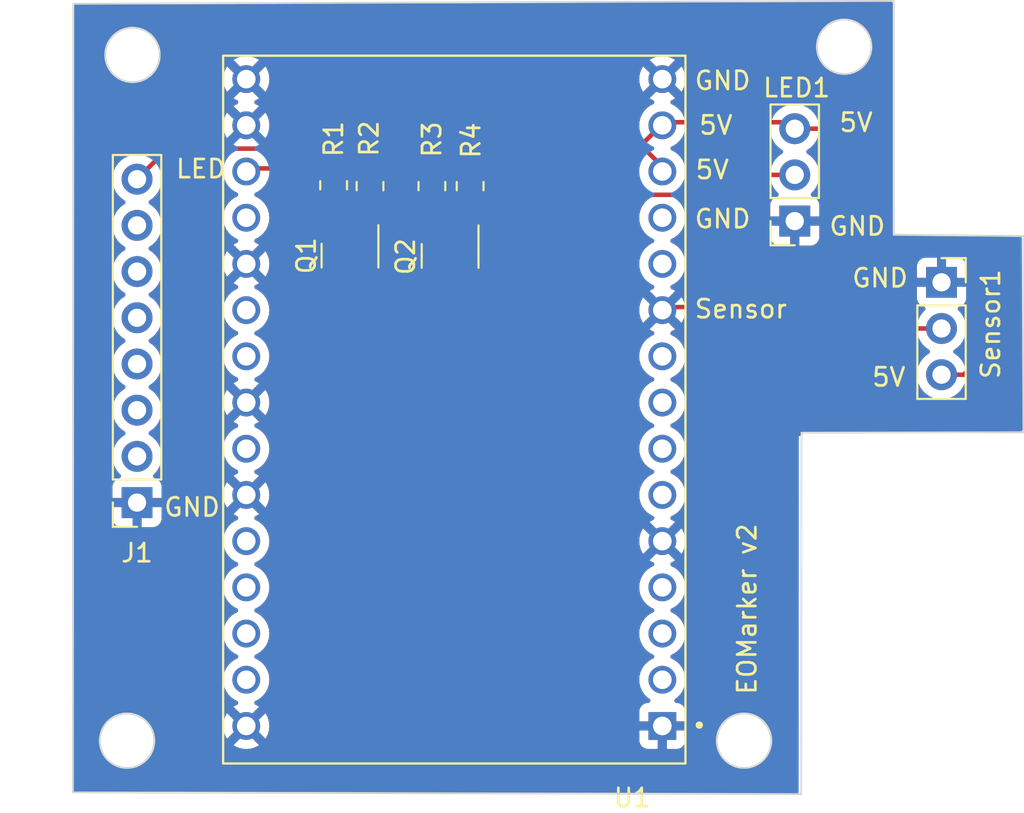
<source format=kicad_pcb>
(kicad_pcb (version 20221018) (generator pcbnew)
  (layers (0 "F.Cu" signal) (31 "B.Cu" signal) (34 "B.Paste" user) (35 "F.Paste" user) (36 "B.SilkS" user "B.Silkscreen") (37 "F.SilkS" user "F.Silkscreen") (38 "B.Mask" user) (39 "F.Mask" user) (44 "Edge.Cuts" user))
  (net 0 "")
  (net 1 "GND")
  (net 2 "5V")
  (net 3 "LED")
  (net 4 "Sensor")
  (net 5 "Net-(U1-3V3-Pad2)")
  (net 6 "level schifter")
  (net 13 "Net-(Q1-C)")
  (net 14 "Net-(Q1-B)")
  (net 15 "Net-(Q2-B)")
  (footprint "Package_TO_SOT_SMD:SOT-23" (layer "F.Cu") (at 73.98 97.9075 -90)
    (fp_text reference "Q1" (at 0 2.4 90) (layer "F.SilkS"))
    (fp_text value "NPN")
    (fp_line (start 0 -1.56) (end -1.675 -1.56) (stroke (width 0.12)) (layer "F.SilkS"))
    (fp_line (start 0 -1.56) (end 0.65 -1.56) (stroke (width 0.12)) (layer "F.SilkS"))
    (fp_line (start 0 1.56) (end -0.65 1.56) (stroke (width 0.12)) (layer "F.SilkS"))
    (fp_line (start 0 1.56) (end 0.65 1.56) (stroke (width 0.12)) (layer "F.SilkS"))
    (pad "1" smd roundrect (at -0.9375 -0.95 270) (size 1.475 0.6) (layers "F.Cu" "F.Paste" "F.Mask") (net 13 "Net-(Q1-C)"))
    (pad "2" smd roundrect (at -0.9375 0.95 270) (size 1.475 0.6) (layers "F.Cu" "F.Paste" "F.Mask") (net 14 "Net-(Q1-B)"))
    (pad "3" smd roundrect (at 0.9375 0 270) (size 1.475 0.6) (layers "F.Cu" "F.Paste" "F.Mask") (net 1 "GND"))
  )
  (footprint "Connector_PinSocket_2.54mm:PinSocket_1x08_P2.54mm_Vertical" (layer "F.Cu") (at 62.28 111.48 180)
    (fp_text reference "J1" (at 0 -2.77) (layer "F.SilkS"))
    (fp_text value "Conn_01x08_Socket")
    (fp_line (start -1.33 1.27) (end -1.33 19.11) (stroke (width 0.12)) (layer "F.SilkS"))
    (fp_line (start -1.33 1.27) (end 1.33 1.27) (stroke (width 0.12)) (layer "F.SilkS"))
    (fp_line (start -1.33 19.11) (end 1.33 19.11) (stroke (width 0.12)) (layer "F.SilkS"))
    (fp_line (start 0 -1.33) (end 1.33 -1.33) (stroke (width 0.12)) (layer "F.SilkS"))
    (fp_line (start 1.33 -1.33) (end 1.33 0) (stroke (width 0.12)) (layer "F.SilkS"))
    (fp_line (start 1.33 1.27) (end 1.33 19.11) (stroke (width 0.12)) (layer "F.SilkS"))
    (pad "1" thru_hole rect (at 0 0 180) (size 1.7 1.7) (drill 1) (layers "*.Cu" "*.Mask") (net 1 "GND"))
    (pad "2" thru_hole oval (at 0 2.54 180) (size 1.7 1.7) (drill 1) (layers "*.Cu" "*.Mask"))
    (pad "3" thru_hole oval (at 0 5.08 180) (size 1.7 1.7) (drill 1) (layers "*.Cu" "*.Mask"))
    (pad "4" thru_hole oval (at 0 7.62 180) (size 1.7 1.7) (drill 1) (layers "*.Cu" "*.Mask"))
    (pad "5" thru_hole oval (at 0 10.16 180) (size 1.7 1.7) (drill 1) (layers "*.Cu" "*.Mask"))
    (pad "6" thru_hole oval (at 0 12.7 180) (size 1.7 1.7) (drill 1) (layers "*.Cu" "*.Mask"))
    (pad "7" thru_hole oval (at 0 15.24 180) (size 1.7 1.7) (drill 1) (layers "*.Cu" "*.Mask"))
    (pad "8" thru_hole oval (at 0 17.78 180) (size 1.7 1.7) (drill 1) (layers "*.Cu" "*.Mask") (net 2 "5V"))
  )
  (footprint "Resistor_SMD:R_0805_2012Metric" (layer "F.Cu") (at 75.08 94.0825 -90)
    (fp_text reference "R2" (at -2.6125 0.05 90) (layer "F.SilkS"))
    (fp_text value "10KΩ")
    (fp_line (start -0.227064 -0.735) (end 0.227064 -0.735) (stroke (width 0.12)) (layer "F.SilkS"))
    (fp_line (start -0.227064 0.735) (end 0.227064 0.735) (stroke (width 0.12)) (layer "F.SilkS"))
    (pad "1" smd roundrect (at -0.9125 0 270) (size 1.025 1.4) (layers "F.Cu" "F.Paste" "F.Mask") (roundrect_rratio 0.243902) (net 2 "5V"))
    (pad "2" smd roundrect (at 0.9125 0 270) (size 1.025 1.4) (layers "F.Cu" "F.Paste" "F.Mask") (roundrect_rratio 0.243902) (net 13 "Net-(Q1-C)"))
  )
  (footprint "Connector_PinSocket_2.54mm:PinSocket_1x03_P2.54mm_Vertical" (layer "F.Cu") (at 106.48 99.37)
    (fp_text reference "Sensor1" (at 2.7 2.3 -90) (layer "F.SilkS"))
    (fp_text value "Conn_01x03_Socket" hide)
    (fp_line (start -1.33 1.27) (end -1.33 6.41) (stroke (width 0.12)) (layer "F.SilkS"))
    (fp_line (start -1.33 1.27) (end 1.33 1.27) (stroke (width 0.12)) (layer "F.SilkS"))
    (fp_line (start -1.33 6.41) (end 1.33 6.41) (stroke (width 0.12)) (layer "F.SilkS"))
    (fp_line (start 0 -1.33) (end 1.33 -1.33) (stroke (width 0.12)) (layer "F.SilkS"))
    (fp_line (start 1.33 -1.33) (end 1.33 0) (stroke (width 0.12)) (layer "F.SilkS"))
    (fp_line (start 1.33 1.27) (end 1.33 6.41) (stroke (width 0.12)) (layer "F.SilkS"))
    (pad "1" thru_hole rect (at 0 0) (size 1.7 1.7) (drill 1) (layers "*.Cu" "*.Mask") (net 1 "GND"))
    (pad "2" thru_hole oval (at 0 2.54) (size 1.7 1.7) (drill 1) (layers "*.Cu" "*.Mask") (net 4 "Sensor"))
    (pad "3" thru_hole oval (at 0 5.08) (size 1.7 1.7) (drill 1) (layers "*.Cu" "*.Mask") (net 2 "5V"))
  )
  (footprint "Resistor_SMD:R_0805_2012Metric" (layer "F.Cu") (at 78.48 94.0825 -90)
    (fp_text reference "R3" (at -2.5625 0 -270) (layer "F.SilkS"))
    (fp_text value "1KΩ")
    (fp_line (start -0.227064 -0.735) (end 0.227064 -0.735) (stroke (width 0.12)) (layer "F.SilkS"))
    (fp_line (start -0.227064 0.735) (end 0.227064 0.735) (stroke (width 0.12)) (layer "F.SilkS"))
    (pad "1" smd roundrect (at -0.9125 0 270) (size 1.025 1.4) (layers "F.Cu" "F.Paste" "F.Mask") (roundrect_rratio 0.243902) (net 13 "Net-(Q1-C)"))
    (pad "2" smd roundrect (at 0.9125 0 270) (size 1.025 1.4) (layers "F.Cu" "F.Paste" "F.Mask") (roundrect_rratio 0.243902) (net 15 "Net-(Q2-B)"))
  )
  (footprint "Package_TO_SOT_SMD:SOT-23" (layer "F.Cu") (at 79.48 97.92 -90)
    (fp_text reference "Q2" (at 0.0375 2.45 90) (layer "F.SilkS"))
    (fp_text value "NPN")
    (fp_line (start 0 -1.56) (end -1.675 -1.56) (stroke (width 0.12)) (layer "F.SilkS"))
    (fp_line (start 0 -1.56) (end 0.65 -1.56) (stroke (width 0.12)) (layer "F.SilkS"))
    (fp_line (start 0 1.56) (end -0.65 1.56) (stroke (width 0.12)) (layer "F.SilkS"))
    (fp_line (start 0 1.56) (end 0.65 1.56) (stroke (width 0.12)) (layer "F.SilkS"))
    (pad "1" smd roundrect (at -0.9375 -0.95 270) (size 1.475 0.6) (layers "F.Cu" "F.Paste" "F.Mask") (net 3 "LED"))
    (pad "2" smd roundrect (at -0.9375 0.95 270) (size 1.475 0.6) (layers "F.Cu" "F.Paste" "F.Mask") (net 15 "Net-(Q2-B)"))
    (pad "3" smd roundrect (at 0.9375 0 270) (size 1.475 0.6) (layers "F.Cu" "F.Paste" "F.Mask") (net 1 "GND"))
  )
  (footprint "Resistor_SMD:R_0805_2012Metric" (layer "F.Cu") (at 80.58 94.0825 -90)
    (fp_text reference "R4" (at -2.5125 -0.05 90) (layer "F.SilkS"))
    (fp_text value "10KΩ")
    (fp_line (start -0.227064 -0.735) (end 0.227064 -0.735) (stroke (width 0.12)) (layer "F.SilkS"))
    (fp_line (start -0.227064 0.735) (end 0.227064 0.735) (stroke (width 0.12)) (layer "F.SilkS"))
    (pad "1" smd roundrect (at -0.9125 0 270) (size 1.025 1.4) (layers "F.Cu" "F.Paste" "F.Mask") (roundrect_rratio 0.243902) (net 2 "5V"))
    (pad "2" smd roundrect (at 0.9125 0 270) (size 1.025 1.4) (layers "F.Cu" "F.Paste" "F.Mask") (roundrect_rratio 0.243902) (net 3 "LED"))
  )
  (footprint "ESP32-C3-DEVKITC-02:XCVR_ESP32-C3-DEVKITC-02" (layer "F.Cu") (at 79.71 106.3678 180)
    (fp_text reference "U1" (at -9.775 -21.34) (layer "F.SilkS"))
    (fp_text value "ESP32-C3-DEVKITC-02")
    (fp_line (start -12.7 -19.455) (end 12.7 -19.455) (stroke (width 0.127)) (layer "F.SilkS"))
    (fp_line (start -12.7 19.455) (end -12.7 -19.455) (stroke (width 0.127)) (layer "F.SilkS"))
    (fp_line (start 12.7 -19.455) (end 12.7 19.455) (stroke (width 0.127)) (layer "F.SilkS"))
    (fp_line (start 12.7 19.455) (end -12.7 19.455) (stroke (width 0.127)) (layer "F.SilkS"))
    (fp_circle (center -13.462 -17.347) (end -13.362 -17.347) (stroke (width 0.2)) (fill none) (layer "F.SilkS"))
    (pad "1" thru_hole rect (at -11.43 -17.3922 180) (size 1.53 1.53) (drill 1.02) (layers "*.Cu" "*.Mask") (net 1 "GND"))
    (pad "2" thru_hole circle (at -11.43 -14.8522 180) (size 1.53 1.53) (drill 1.02) (layers "*.Cu" "*.Mask") (net 5 "Net-(U1-3V3-Pad2)"))
    (pad "3" thru_hole circle (at -11.43 -12.3122 180) (size 1.53 1.53) (drill 1.02) (layers "*.Cu" "*.Mask") (net 5 "Net-(U1-3V3-Pad2)"))
    (pad "4" thru_hole circle (at -11.43 -9.7722 180) (size 1.53 1.53) (drill 1.02) (layers "*.Cu" "*.Mask"))
    (pad "5" thru_hole circle (at -11.43 -7.2322 180) (size 1.53 1.53) (drill 1.02) (layers "*.Cu" "*.Mask") (net 1 "GND"))
    (pad "6" thru_hole circle (at -11.43 -4.6922 180) (size 1.53 1.53) (drill 1.02) (layers "*.Cu" "*.Mask"))
    (pad "7" thru_hole circle (at -11.43 -2.1522 180) (size 1.53 1.53) (drill 1.02) (layers "*.Cu" "*.Mask"))
    (pad "8" thru_hole circle (at -11.43 0.3878 180) (size 1.53 1.53) (drill 1.02) (layers "*.Cu" "*.Mask"))
    (pad "9" thru_hole circle (at -11.43 2.9278 180) (size 1.53 1.53) (drill 1.02) (layers "*.Cu" "*.Mask"))
    (pad "10" thru_hole circle (at -11.43 5.4678 180) (size 1.53 1.53) (drill 1.02) (layers "*.Cu" "*.Mask") (net 1 "GND"))
    (pad "11" thru_hole circle (at -11.43 8.0078 180) (size 1.53 1.53) (drill 1.02) (layers "*.Cu" "*.Mask") (net 4 "Sensor"))
    (pad "12" thru_hole circle (at -11.43 10.5478 180) (size 1.53 1.53) (drill 1.02) (layers "*.Cu" "*.Mask"))
    (pad "13" thru_hole circle (at -11.43 13.0878 180) (size 1.53 1.53) (drill 1.02) (layers "*.Cu" "*.Mask") (net 2 "5V"))
    (pad "14" thru_hole circle (at -11.43 15.6278 180) (size 1.53 1.53) (drill 1.02) (layers "*.Cu" "*.Mask") (net 2 "5V"))
    (pad "15" thru_hole circle (at -11.43 18.1678 180) (size 1.53 1.53) (drill 1.02) (layers "*.Cu" "*.Mask") (net 1 "GND"))
    (pad "16" thru_hole circle (at 11.43 18.1678 180) (size 1.53 1.53) (drill 1.02) (layers "*.Cu" "*.Mask") (net 1 "GND"))
    (pad "17" thru_hole circle (at 11.43 15.6278 180) (size 1.53 1.53) (drill 1.02) (layers "*.Cu" "*.Mask") (net 1 "GND"))
    (pad "18" thru_hole circle (at 11.43 13.0878 180) (size 1.53 1.53) (drill 1.02) (layers "*.Cu" "*.Mask") (net 6 "level schifter"))
    (pad "19" thru_hole circle (at 11.43 10.5478 180) (size 1.53 1.53) (drill 1.02) (layers "*.Cu" "*.Mask"))
    (pad "20" thru_hole circle (at 11.43 8.0078 180) (size 1.53 1.53) (drill 1.02) (layers "*.Cu" "*.Mask") (net 1 "GND"))
    (pad "21" thru_hole circle (at 11.43 5.4678 180) (size 1.53 1.53) (drill 1.02) (layers "*.Cu" "*.Mask"))
    (pad "22" thru_hole circle (at 11.43 2.9278 180) (size 1.53 1.53) (drill 1.02) (layers "*.Cu" "*.Mask"))
    (pad "23" thru_hole circle (at 11.43 0.3878 180) (size 1.53 1.53) (drill 1.02) (layers "*.Cu" "*.Mask") (net 1 "GND"))
    (pad "24" thru_hole circle (at 11.43 -2.1522 180) (size 1.53 1.53) (drill 1.02) (layers "*.Cu" "*.Mask"))
    (pad "25" thru_hole circle (at 11.43 -4.6922 180) (size 1.53 1.53) (drill 1.02) (layers "*.Cu" "*.Mask") (net 1 "GND"))
    (pad "26" thru_hole circle (at 11.43 -7.2322 180) (size 1.53 1.53) (drill 1.02) (layers "*.Cu" "*.Mask"))
    (pad "27" thru_hole circle (at 11.43 -9.7722 180) (size 1.53 1.53) (drill 1.02) (layers "*.Cu" "*.Mask"))
    (pad "28" thru_hole circle (at 11.43 -12.3122 180) (size 1.53 1.53) (drill 1.02) (layers "*.Cu" "*.Mask"))
    (pad "29" thru_hole circle (at 11.43 -14.8522 180) (size 1.53 1.53) (drill 1.02) (layers "*.Cu" "*.Mask"))
    (pad "30" thru_hole circle (at 11.43 -17.3922 180) (size 1.53 1.53) (drill 1.02) (layers "*.Cu" "*.Mask") (net 1 "GND"))
  )
  (footprint "Resistor_SMD:R_0805_2012Metric" (layer "F.Cu") (at 73.08 94.0325 -90)
    (fp_text reference "R1" (at -2.5375 0 90) (layer "F.SilkS"))
    (fp_text value "1KΩ")
    (fp_line (start -0.227064 -0.735) (end 0.227064 -0.735) (stroke (width 0.12)) (layer "F.SilkS"))
    (fp_line (start -0.227064 0.735) (end 0.227064 0.735) (stroke (width 0.12)) (layer "F.SilkS"))
    (pad "1" smd roundrect (at -0.9125 0 270) (size 1.025 1.4) (layers "F.Cu" "F.Paste" "F.Mask") (roundrect_rratio 0.243902) (net 6 "level schifter"))
    (pad "2" smd roundrect (at 0.9125 0 270) (size 1.025 1.4) (layers "F.Cu" "F.Paste" "F.Mask") (roundrect_rratio 0.243902) (net 14 "Net-(Q1-B)"))
  )
  (footprint "Connector_PinSocket_2.54mm:PinSocket_1x03_P2.54mm_Vertical" (layer "F.Cu") (at 98.415 96.005 180)
    (fp_text reference "LED1" (at -0.105 7.325) (layer "F.SilkS"))
    (fp_text value "Conn_01x03_Socket" hide)
    (fp_line (start -1.33 1.27) (end -1.33 6.41) (stroke (width 0.12)) (layer "F.SilkS"))
    (fp_line (start -1.33 1.27) (end 1.33 1.27) (stroke (width 0.12)) (layer "F.SilkS"))
    (fp_line (start -1.33 6.41) (end 1.33 6.41) (stroke (width 0.12)) (layer "F.SilkS"))
    (fp_line (start 0 -1.33) (end 1.33 -1.33) (stroke (width 0.12)) (layer "F.SilkS"))
    (fp_line (start 1.33 -1.33) (end 1.33 0) (stroke (width 0.12)) (layer "F.SilkS"))
    (fp_line (start 1.33 1.27) (end 1.33 6.41) (stroke (width 0.12)) (layer "F.SilkS"))
    (pad "1" thru_hole rect (at 0 0 180) (size 1.7 1.7) (drill 1) (layers "*.Cu" "*.Mask") (net 1 "GND"))
    (pad "2" thru_hole oval (at 0 2.54 180) (size 1.7 1.7) (drill 1) (layers "*.Cu" "*.Mask") (net 3 "LED"))
    (pad "3" thru_hole oval (at 0 5.08 180) (size 1.7 1.7) (drill 1) (layers "*.Cu" "*.Mask") (net 2 "5V"))
  )
  (gr_circle (center 62.03 86.87) (end 63.53 86.87) (stroke (width 0.1)) (fill none) (layer "Edge.Cuts"))
  (gr_circle (center 95.63 124.57) (end 97.13 124.57) (stroke (width 0.1)) (fill none) (layer "Edge.Cuts"))
  (gr_line (start 110.98 96.83) (end 110.98 107.61) (stroke (width 0.1)) (layer "Edge.Cuts"))
  (gr_line (start 103.85 96.76) (end 110.98 96.83) (stroke (width 0.1)) (layer "Edge.Cuts"))
  (gr_line (start 110.98 107.61) (end 98.785 107.635) (stroke (width 0.1)) (layer "Edge.Cuts"))
  (gr_line (start 98.785 107.635) (end 98.775 127.505) (stroke (width 0.1)) (layer "Edge.Cuts"))
  (gr_line (start 58.76 127.41) (end 58.78 84.06) (stroke (width 0.1)) (layer "Edge.Cuts"))
  (gr_circle (center 101.13 86.42) (end 102.63 86.42) (stroke (width 0.1)) (fill none) (layer "Edge.Cuts"))
  (gr_line (start 58.78 84.06) (end 103.85 83.9) (stroke (width 0.1)) (layer "Edge.Cuts"))
  (gr_circle (center 61.73 124.57) (end 63.23 124.57) (stroke (width 0.1)) (fill none) (layer "Edge.Cuts"))
  (gr_line (start 103.85 83.9) (end 103.85 96.76) (stroke (width 0.1)) (layer "Edge.Cuts"))
  (gr_line (start 98.775 127.505) (end 58.76 127.41) (stroke (width 0.1)) (layer "Edge.Cuts"))
  (gr_text "Sensor" (at 92.83 101.42) (layer "F.SilkS") (effects (font (size 1 1)) (justify left bottom)))
  (gr_text "GND" (at 101.48 99.72) (layer "F.SilkS") (effects (font (size 1 1)) (justify left bottom)))
  (gr_text "5V" (at 93.08 91.32) (layer "F.SilkS") (effects (font (size 1 1)) (justify left bottom)))
  (gr_text "5V" (at 92.88 93.77) (layer "F.SilkS") (effects (font (size 1 1)) (justify left bottom)))
  (gr_text "EOMarker v2" (at 96.38 122.12 90) (layer "F.SilkS") (effects (font (size 1 1)) (justify left bottom)))
  (gr_text "GND" (at 100.23 96.87) (layer "F.SilkS") (effects (font (size 1 1)) (justify left bottom)))
  (gr_text "GND" (at 63.68 112.32) (layer "F.SilkS") (effects (font (size 1 1)) (justify left bottom)))
  (gr_text "GND" (at 92.83 96.47) (layer "F.SilkS") (effects (font (size 1 1)) (justify left bottom)))
  (gr_text "5V" (at 100.78 91.17) (layer "F.SilkS") (effects (font (size 1 1)) (justify left bottom)))
  (gr_text "GND" (at 92.83 88.87) (layer "F.SilkS") (effects (font (size 1 1)) (justify left bottom)))
  (gr_text "5V" (at 102.58 105.17) (layer "F.SilkS") (effects (font (size 1 1)) (justify left bottom)))
  (gr_text "LED\n" (at 64.33 93.72) (layer "F.SilkS") (effects (font (size 1 1)) (justify left bottom)))
  (segment (start 81.23 91.77) (end 89.9 91.77) (width 0.25) (layer "F.Cu") (net 2))
  (segment (start 102.88 97.67) (end 107.43 97.67) (width 0.25) (layer "F.Cu") (net 2))
  (segment (start 81.18 91.77) (end 81.23 91.77) (width 0.25) (layer "F.Cu") (net 2))
  (segment (start 63.79 92.16) (end 63.93 92.02) (width 0.25) (layer "F.Cu") (net 2))
  (segment (start 75.43 92.02) (end 75.68 91.77) (width 0.25) (layer "F.Cu") (net 2))
  (segment (start 108.23 103.92) (end 107.7 104.45) (width 0.25) (layer "F.Cu") (net 2))
  (segment (start 89.9 91.77) (end 90.085 91.955) (width 0.25) (layer "F.Cu") (net 2))
  (segment (start 107.7 104.45) (end 106.48 104.45) (width 0.25) (layer "F.Cu") (net 2))
  (segment (start 101.48 91.28) (end 101.48 96.27) (width 0.25) (layer "F.Cu") (net 2))
  (segment (start 91.24 93.11) (end 90.085 91.955) (width 0.25) (layer "F.Cu") (net 2))
  (segment (start 107.43 97.67) (end 108.23 98.47) (width 0.25) (layer "F.Cu") (net 2))
  (segment (start 101.48 96.27) (end 102.88 97.67) (width 0.25) (layer "F.Cu") (net 2))
  (segment (start 101.48 91.28) (end 101.125 90.925) (width 0.25) (layer "F.Cu") (net 2))
  (segment (start 75.68 91.77) (end 75.08 92.37) (width 0.25) (layer "F.Cu") (net 2))
  (segment (start 108.23 98.47) (end 108.23 103.92) (width 0.25) (layer "F.Cu") (net 2))
  (segment (start 75.08 93.17) (end 75.08 92.37) (width 0.25) (layer "F.Cu") (net 2))
  (segment (start 90.04 91.77) (end 91.24 90.57) (width 0.25) (layer "F.Cu") (net 2))
  (segment (start 80.58 93.17) (end 80.58 92.37) (width 0.25) (layer "F.Cu") (net 2))
  (segment (start 98.06 90.57) (end 98.415 90.925) (width 0.25) (layer "F.Cu") (net 2))
  (segment (start 62.28 93.7) (end 63.79 92.19) (width 0.25) (layer "F.Cu") (net 2))
  (segment (start 79.98 91.77) (end 81.23 91.77) (width 0.25) (layer "F.Cu") (net 2))
  (segment (start 101.125 90.925) (end 98.415 90.925) (width 0.25) (layer "F.Cu") (net 2))
  (segment (start 79.98 91.77) (end 75.68 91.77) (width 0.25) (layer "F.Cu") (net 2))
  (segment (start 89.9 91.77) (end 90.04 91.77) (width 0.25) (layer "F.Cu") (net 2))
  (segment (start 80.58 92.37) (end 81.18 91.77) (width 0.25) (layer "F.Cu") (net 2))
  (segment (start 91.24 90.57) (end 98.06 90.57) (width 0.25) (layer "F.Cu") (net 2))
  (segment (start 63.93 92.02) (end 75.43 92.02) (width 0.25) (layer "F.Cu") (net 2))
  (segment (start 63.79 92.19) (end 63.79 92.16) (width 0.25) (layer "F.Cu") (net 2))
  (segment (start 98.415 90.925) (end 98.72 90.62) (width 0.25) (layer "F.Cu") (net 2))
  (segment (start 80.43 95.145) (end 80.58 94.995) (width 0.25) (layer "F.Cu") (net 3))
  (segment (start 95.335 93.465) (end 94.24 94.56) (width 0.25) (layer "F.Cu") (net 3))
  (segment (start 80.43 96.9825) (end 80.43 95.145) (width 0.25) (layer "F.Cu") (net 3))
  (segment (start 94.24 94.56) (end 81.015 94.56) (width 0.25) (layer "F.Cu") (net 3))
  (segment (start 98.415 93.465) (end 95.335 93.465) (width 0.25) (layer "F.Cu") (net 3))
  (segment (start 81.015 94.56) (end 80.58 94.995) (width 0.25) (layer "F.Cu") (net 3))
  (segment (start 103.34 100.73) (end 91.24 100.73) (width 0.25) (layer "F.Cu") (net 4))
  (segment (start 104.52 101.91) (end 103.34 100.73) (width 0.25) (layer "F.Cu") (net 4))
  (segment (start 106.48 101.91) (end 104.52 101.91) (width 0.25) (layer "F.Cu") (net 4))
  (segment (start 68.38 93.11) (end 73.07 93.11) (width 0.25) (layer "F.Cu") (net 6))
  (segment (start 73.07 93.11) (end 73.08 93.12) (width 0.25) (layer "F.Cu") (net 6))
  (segment (start 75.455 94.995) (end 75.08 94.995) (width 0.25) (layer "F.Cu") (net 13))
  (segment (start 78.48 93.17) (end 77.28 93.17) (width 0.25) (layer "F.Cu") (net 13))
  (segment (start 74.93 95.145) (end 75.08 94.995) (width 0.25) (layer "F.Cu") (net 13))
  (segment (start 77.28 93.17) (end 75.455 94.995) (width 0.25) (layer "F.Cu") (net 13))
  (segment (start 74.93 96.97) (end 74.93 95.145) (width 0.25) (layer "F.Cu") (net 13))
  (segment (start 73.03 96.97) (end 73.03 94.995) (width 0.25) (layer "F.Cu") (net 14))
  (segment (start 73.03 94.995) (end 73.08 94.945) (width 0.25) (layer "F.Cu") (net 14))
  (segment (start 78.53 96.9825) (end 78.53 95.045) (width 0.25) (layer "F.Cu") (net 15))
  (segment (start 78.48 96.92) (end 78.68 97.12) (width 0.25) (layer "F.Cu") (net 15))
  (segment (start 78.53 95.045) (end 78.48 94.995) (width 0.25) (layer "F.Cu") (net 15))
  (zone (net 1) (net_name "GND") (layer "F.Cu") (priority 2) (connect_pads (clearance 0.5)) (min_thickness 0.25) (fill yes (thermal_gap 0.5) (thermal_bridge_width 0.5))
    (polygon (pts (xy 58.85 84.11) (xy 103.92 83.98) (xy 104.03 96.74) (xy 110.79 96.78) (xy 110.79 107.45) (xy 98.53 107.82) (xy 98.53 127.45) (xy 58.85 127.49)))
  )
  (zone (net 1) (net_name "GND") (layer "B.Cu") (priority 1) (connect_pads (clearance 0.5)) (min_thickness 0.25) (fill yes (thermal_gap 0.5) (thermal_bridge_width 0.5))
    (polygon (pts (xy 58.66 84.09) (xy 103.82 83.94) (xy 103.85 96.75) (xy 110.89 96.81) (xy 110.93 107.58) (xy 98.64 107.75) (xy 98.63 127.57) (xy 58.66 127.57)))
  )
)
</source>
